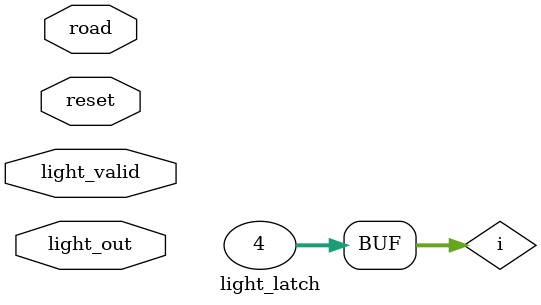
<source format=v>
`timescale 1ns/1ps

module light_latch(reset, light_out, road, light_valid);
    parameter states = 6;       // number of states
    parameter roads = 4;        // number of roads
    parameter lights = 5;       // four transitions
    parameter count_max = 15;    // max. value of delay

    localparam states_size = $clog2(states);
    localparam roads_size = $clog2(roads);
    localparam lights_size = $clog2(lights);
    localparam counter_size = $clog2(count_max);

    input reset;
    input [2:0] light_out;
    input [roads_size-1:0] road;
    input light_valid;

    integer i;
    reg [2:0] light_mem [0:roads-1];

    initial begin
        for (i = 0; i < roads; i = i + 1) begin
            light_mem[i] <= 1;
        end
    end

    always @(light_valid) begin
        if (light_valid == 1'b0) begin
            light_mem[road] <= light_out;
        end
    end
endmodule

</source>
